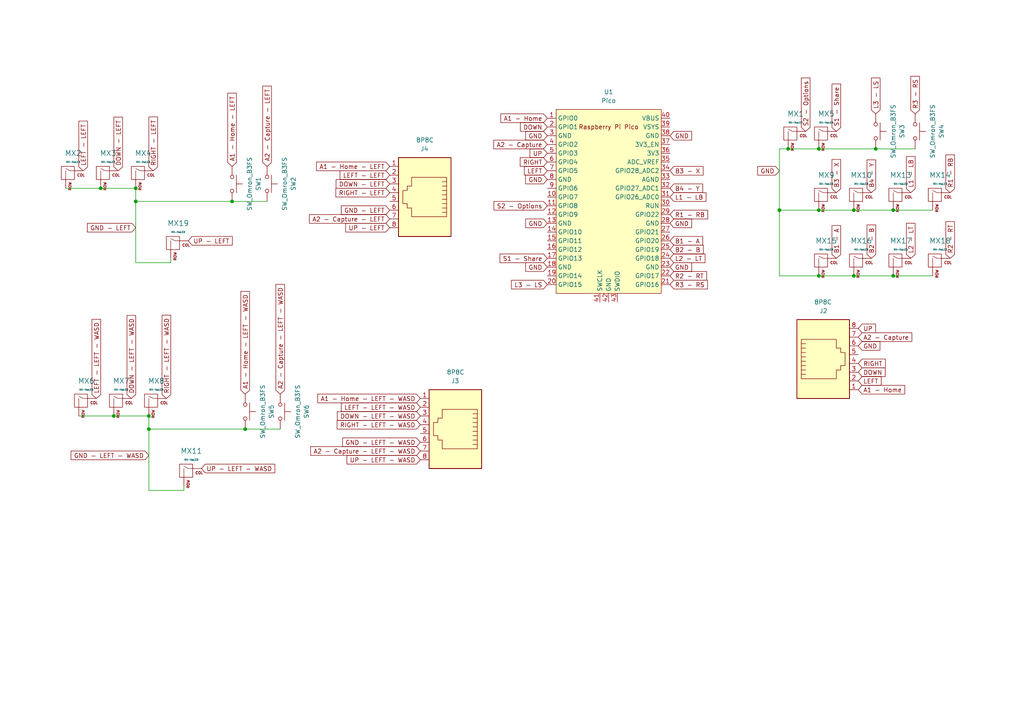
<source format=kicad_sch>
(kicad_sch (version 20231120) (generator "eeschema") (generator_version "8.0")
  (paper "A4")
  (lib_symbols
    (symbol "Connector:8P8C" (pin_names (offset 1.016))
      (property "Reference" "J" (at -5.08 13.97 0))
      (property "Value" "8P8C" (at 2.54 13.97 0))
      (symbol "8P8C_0_1"
        (polyline (pts (xy -5.08 4.445) (xy -6.35 4.445)))
        (polyline (pts (xy -5.08 5.715) (xy -6.35 5.715)))
        (polyline (pts (xy -6.35 -3.175) (xy -5.08 -3.175) (xy -5.08 -3.175)))
        (polyline (pts (xy -6.35 -1.905) (xy -5.08 -1.905) (xy -5.08 -1.905)))
        (polyline (pts (xy -6.35 -0.635) (xy -5.08 -0.635) (xy -5.08 -0.635)))
        (polyline (pts (xy -6.35 0.635) (xy -5.08 0.635) (xy -5.08 0.635)))
        (polyline (pts (xy -6.35 1.905) (xy -5.08 1.905) (xy -5.08 1.905)))
        (polyline (pts (xy -5.08 3.175) (xy -6.35 3.175) (xy -6.35 3.175)))
        (polyline (pts (xy -6.35 -4.445) (xy -6.35 6.985) (xy 3.81 6.985) (xy 3.81 4.445) (xy 5.08 4.445) (xy 5.08 3.175) (xy 6.35 3.175) (xy 6.35 -0.635) (xy 5.08 -0.635) (xy 5.08 -1.905) (xy 3.81 -1.905) (xy 3.81 -4.445) (xy -6.35 -4.445) (xy -6.35 -4.445)))
        (rectangle (start 7.62 12.7) (end -7.62 -10.16) (stroke (width 0.254)) (fill (type background)))
      )
      (symbol "8P8C_1_1"
        (pin passive line (at 10.16 -7.62 180) (length 2.54) (name "~") (number "1"))
        (pin passive line (at 10.16 -5.08 180) (length 2.54) (name "~") (number "2"))
        (pin passive line (at 10.16 -2.54 180) (length 2.54) (name "~") (number "3"))
        (pin passive line (at 10.16 0 180) (length 2.54) (name "~") (number "4"))
        (pin passive line (at 10.16 2.54 180) (length 2.54) (name "~") (number "5"))
        (pin passive line (at 10.16 5.08 180) (length 2.54) (name "~") (number "6"))
        (pin passive line (at 10.16 7.62 180) (length 2.54) (name "~") (number "7"))
        (pin passive line (at 10.16 10.16 180) (length 2.54) (name "~") (number "8"))
      )
    )
    (symbol "MCU_RaspberryPi_and_Boards:Pico"
      (property "Reference" "U" (at -13.97 27.94 0))
      (property "Value" "Pico" (at 0 19.05 0))
      (symbol "Pico_0_0"
        (text "Raspberry Pi Pico" (at 0 21.59 0) (effects (font (size 1.27 1.27))))
      )
      (symbol "Pico_0_1"
        (rectangle (start -15.24 26.67) (end 15.24 -26.67) (fill (type background)))
      )
      (symbol "Pico_1_1"
        (pin bidirectional line (at -17.78 24.13 0) (length 2.54) (name "GPIO0") (number "1"))
        (pin bidirectional line (at -17.78 1.27 0) (length 2.54) (name "GPIO7") (number "10"))
        (pin bidirectional line (at -17.78 -1.27 0) (length 2.54) (name "GPIO8") (number "11"))
        (pin bidirectional line (at -17.78 -3.81 0) (length 2.54) (name "GPIO9") (number "12"))
        (pin power_in line (at -17.78 -6.35 0) (length 2.54) (name "GND") (number "13"))
        (pin bidirectional line (at -17.78 -8.89 0) (length 2.54) (name "GPIO10") (number "14"))
        (pin bidirectional line (at -17.78 -11.43 0) (length 2.54) (name "GPIO11") (number "15"))
        (pin bidirectional line (at -17.78 -13.97 0) (length 2.54) (name "GPIO12") (number "16"))
        (pin bidirectional line (at -17.78 -16.51 0) (length 2.54) (name "GPIO13") (number "17"))
        (pin power_in line (at -17.78 -19.05 0) (length 2.54) (name "GND") (number "18"))
        (pin bidirectional line (at -17.78 -21.59 0) (length 2.54) (name "GPIO14") (number "19"))
        (pin bidirectional line (at -17.78 21.59 0) (length 2.54) (name "GPIO1") (number "2"))
        (pin bidirectional line (at -17.78 -24.13 0) (length 2.54) (name "GPIO15") (number "20"))
        (pin bidirectional line (at 17.78 -24.13 180) (length 2.54) (name "GPIO16") (number "21"))
        (pin bidirectional line (at 17.78 -21.59 180) (length 2.54) (name "GPIO17") (number "22"))
        (pin power_in line (at 17.78 -19.05 180) (length 2.54) (name "GND") (number "23"))
        (pin bidirectional line (at 17.78 -16.51 180) (length 2.54) (name "GPIO18") (number "24"))
        (pin bidirectional line (at 17.78 -13.97 180) (length 2.54) (name "GPIO19") (number "25"))
        (pin bidirectional line (at 17.78 -11.43 180) (length 2.54) (name "GPIO20") (number "26"))
        (pin bidirectional line (at 17.78 -8.89 180) (length 2.54) (name "GPIO21") (number "27"))
        (pin power_in line (at 17.78 -6.35 180) (length 2.54) (name "GND") (number "28"))
        (pin bidirectional line (at 17.78 -3.81 180) (length 2.54) (name "GPIO22") (number "29"))
        (pin power_in line (at -17.78 19.05 0) (length 2.54) (name "GND") (number "3"))
        (pin input line (at 17.78 -1.27 180) (length 2.54) (name "RUN") (number "30"))
        (pin bidirectional line (at 17.78 1.27 180) (length 2.54) (name "GPIO26_ADC0") (number "31"))
        (pin bidirectional line (at 17.78 3.81 180) (length 2.54) (name "GPIO27_ADC1") (number "32"))
        (pin power_in line (at 17.78 6.35 180) (length 2.54) (name "AGND") (number "33"))
        (pin bidirectional line (at 17.78 8.89 180) (length 2.54) (name "GPIO28_ADC2") (number "34"))
        (pin power_in line (at 17.78 11.43 180) (length 2.54) (name "ADC_VREF") (number "35"))
        (pin power_in line (at 17.78 13.97 180) (length 2.54) (name "3V3") (number "36"))
        (pin input line (at 17.78 16.51 180) (length 2.54) (name "3V3_EN") (number "37"))
        (pin bidirectional line (at 17.78 19.05 180) (length 2.54) (name "GND") (number "38"))
        (pin power_in line (at 17.78 21.59 180) (length 2.54) (name "VSYS") (number "39"))
        (pin bidirectional line (at -17.78 16.51 0) (length 2.54) (name "GPIO2") (number "4"))
        (pin power_in line (at 17.78 24.13 180) (length 2.54) (name "VBUS") (number "40"))
        (pin input line (at -2.54 -29.21 90) (length 2.54) (name "SWCLK") (number "41"))
        (pin power_in line (at 0 -29.21 90) (length 2.54) (name "GND") (number "42"))
        (pin bidirectional line (at 2.54 -29.21 90) (length 2.54) (name "SWDIO") (number "43"))
        (pin bidirectional line (at -17.78 13.97 0) (length 2.54) (name "GPIO3") (number "5"))
        (pin bidirectional line (at -17.78 11.43 0) (length 2.54) (name "GPIO4") (number "6"))
        (pin bidirectional line (at -17.78 8.89 0) (length 2.54) (name "GPIO5") (number "7"))
        (pin power_in line (at -17.78 6.35 0) (length 2.54) (name "GND") (number "8"))
        (pin bidirectional line (at -17.78 3.81 0) (length 2.54) (name "GPIO6") (number "9"))
      )
    )
    (symbol "MX_Alps_Hybrid:MX-NoLED" (pin_names (offset 1.016))
      (property "Reference" "MX" (at -0.635 3.81 0))
      (property "Value" "MX-NoLED" (at -0.635 1.27 0))
      (symbol "MX-NoLED_0_0"
        (rectangle (start -2.54 2.54) (end 1.27 -1.27))
        (polyline (pts (xy -1.27 -1.27) (xy -1.27 1.27)) (stroke (width 0.127)))
        (polyline (pts (xy 1.27 1.27) (xy 0 1.27) (xy -1.27 1.905)) (stroke (width 0.127)))
        (text "COL" (at 3.175 0 0) (effects (font (size 0.762 0.762))))
        (text "ROW" (at 0 -1.905 900) (effects (font (size 0.762 0.762)) (justify right)))
      )
      (symbol "MX-NoLED_1_1"
        (pin passive line (at 3.81 1.27 180) (length 2.54) (name "COL") (number "1"))
        (pin passive line (at -1.27 -3.81 90) (length 2.54) (name "ROW") (number "2"))
      )
    )
    (symbol "Switch:SW_Omron_B3FS" (pin_numbers hide) (pin_names (offset 1.016) hide)
      (property "Reference" "SW" (at 1.27 2.54 0))
      (property "Value" "SW_Omron_B3FS" (at 0 -1.524 0))
      (symbol "SW_Omron_B3FS_0_1"
        (circle (center -2.032 0) (radius 0.508))
        (polyline (pts (xy 0 1.27) (xy 0 3.048)))
        (polyline (pts (xy 2.54 1.27) (xy -2.54 1.27)))
        (circle (center 2.032 0) (radius 0.508))
        (pin passive line (at -5.08 0 0) (length 2.54) (name "1") (number "1"))
        (pin passive line (at 5.08 0 180) (length 2.54) (name "2") (number "2"))
      )
    )
  )
  (junction (at 237.49 80.01))
  (junction (at 259.08 60.96))
  (junction (at 237.49 43.18))
  (junction (at 247.65 60.96))
  (junction (at 43.18 120.65))
  (junction (at 228.6 43.18))
  (junction (at 259.08 80.01))
  (junction (at 33.02 120.65))
  (junction (at 226.06 60.96))
  (junction (at 247.65 80.01))
  (junction (at 237.49 60.96))
  (junction (at 67.31 58.42))
  (junction (at 71.12 124.46))
  (junction (at 254 43.18))
  (junction (at 43.18 124.46))
  (junction (at 39.37 54.61))
  (junction (at 29.21 54.61))
  (junction (at 39.37 58.42))
  (wire (pts (xy 77.47 58.42) (xy 67.31 58.42)))
  (wire (pts (xy 247.65 60.96) (xy 259.08 60.96)))
  (wire (pts (xy 53.34 140.97) (xy 53.34 142.24)))
  (wire (pts (xy 39.37 76.2) (xy 49.53 76.2)))
  (wire (pts (xy 237.49 80.01) (xy 247.65 80.01)))
  (wire (pts (xy 226.06 80.01) (xy 237.49 80.01)))
  (wire (pts (xy 22.86 120.65) (xy 33.02 120.65)))
  (wire (pts (xy 39.37 58.42) (xy 39.37 76.2)))
  (wire (pts (xy 228.6 43.18) (xy 226.06 43.18)))
  (wire (pts (xy 237.49 43.18) (xy 228.6 43.18)))
  (wire (pts (xy 237.49 43.18) (xy 254 43.18)))
  (wire (pts (xy 259.08 60.96) (xy 270.51 60.96)))
  (wire (pts (xy 270.51 80.01) (xy 259.08 80.01)))
  (wire (pts (xy 49.53 74.93) (xy 49.53 76.2)))
  (wire (pts (xy 226.06 60.96) (xy 237.49 60.96)))
  (wire (pts (xy 39.37 54.61) (xy 39.37 58.42)))
  (wire (pts (xy 43.18 124.46) (xy 43.18 142.24)))
  (wire (pts (xy 19.05 54.61) (xy 29.21 54.61)))
  (wire (pts (xy 226.06 60.96) (xy 226.06 80.01)))
  (wire (pts (xy 254 43.18) (xy 265.43 43.18)))
  (wire (pts (xy 81.28 124.46) (xy 71.12 124.46)))
  (wire (pts (xy 43.18 142.24) (xy 53.34 142.24)))
  (wire (pts (xy 29.21 54.61) (xy 39.37 54.61)))
  (wire (pts (xy 43.18 120.65) (xy 43.18 124.46)))
  (wire (pts (xy 237.49 60.96) (xy 247.65 60.96)))
  (wire (pts (xy 33.02 120.65) (xy 43.18 120.65)))
  (wire (pts (xy 39.37 58.42) (xy 67.31 58.42)))
  (wire (pts (xy 247.65 80.01) (xy 259.08 80.01)))
  (wire (pts (xy 226.06 43.18) (xy 226.06 60.96)))
  (wire (pts (xy 43.18 124.46) (xy 71.12 124.46)))
  (global_label "GND" (shape input) (at 248.92 100.33 0) (property "Intersheetrefs" "${INTERSHEET_REFS}" (effects (hide yes))))
  (global_label "RIGHT - LEFT" (shape input) (at 113.03 55.88 180) (property "Intersheetrefs" "${INTERSHEET_REFS}" (effects (hide yes))))
  (global_label "LEFT - LEFT - WASD" (shape input) (at 27.94 115.57 90) (property "Intersheetrefs" "${INTERSHEET_REFS}" (effects (hide yes))))
  (global_label "UP" (shape input) (at 158.75 44.45 180) (property "Intersheetrefs" "${INTERSHEET_REFS}" (effects (hide yes))))
  (global_label "A1 - Home - LEFT - WASD" (shape input) (at 121.92 115.57 180) (property "Intersheetrefs" "${INTERSHEET_REFS}" (effects (hide yes))))
  (global_label "GND - LEFT - WASD" (shape input) (at 121.92 128.27 180) (property "Intersheetrefs" "${INTERSHEET_REFS}" (effects (hide yes))))
  (global_label "L2 - LT" (shape input) (at 194.31 74.93 0) (property "Intersheetrefs" "${INTERSHEET_REFS}" (effects (hide yes))))
  (global_label "UP - LEFT" (shape input) (at 113.03 66.04 180) (property "Intersheetrefs" "${INTERSHEET_REFS}" (effects (hide yes))))
  (global_label "RIGHT - LEFT - WASD" (shape input) (at 121.92 123.19 180) (property "Intersheetrefs" "${INTERSHEET_REFS}" (effects (hide yes))))
  (global_label "A2 - Capture - LEFT" (shape input) (at 113.03 63.5 180) (property "Intersheetrefs" "${INTERSHEET_REFS}" (effects (hide yes))))
  (global_label "RIGHT" (shape input) (at 248.92 105.41 0) (property "Intersheetrefs" "${INTERSHEET_REFS}" (effects (hide yes))))
  (global_label "A1 - Home - LEFT - WASD" (shape input) (at 71.12 114.3 90) (property "Intersheetrefs" "${INTERSHEET_REFS}" (effects (hide yes))))
  (global_label "B4 - Y" (shape input) (at 194.31 54.61 0) (property "Intersheetrefs" "${INTERSHEET_REFS}" (effects (hide yes))))
  (global_label "UP - LEFT - WASD" (shape input) (at 121.92 133.35 180) (property "Intersheetrefs" "${INTERSHEET_REFS}" (effects (hide yes))))
  (global_label "DOWN - LEFT - WASD" (shape input) (at 121.92 120.65 180) (property "Intersheetrefs" "${INTERSHEET_REFS}" (effects (hide yes))))
  (global_label "A2 - Capture - LEFT" (shape input) (at 77.47 48.26 90) (property "Intersheetrefs" "${INTERSHEET_REFS}" (effects (hide yes))))
  (global_label "GND - LEFT - WASD" (shape input) (at 43.18 132.08 180) (property "Intersheetrefs" "${INTERSHEET_REFS}" (effects (hide yes))))
  (global_label "A1 - Home - LEFT" (shape input) (at 113.03 48.26 180) (property "Intersheetrefs" "${INTERSHEET_REFS}" (effects (hide yes))))
  (global_label "DOWN" (shape input) (at 158.75 36.83 180) (property "Intersheetrefs" "${INTERSHEET_REFS}" (effects (hide yes))))
  (global_label "L1 - LB" (shape input) (at 264.16 55.88 90) (property "Intersheetrefs" "${INTERSHEET_REFS}" (effects (hide yes))))
  (global_label "R1 - RB" (shape input) (at 194.31 62.23 0) (property "Intersheetrefs" "${INTERSHEET_REFS}" (effects (hide yes))))
  (global_label "GND" (shape input) (at 158.75 39.37 180) (property "Intersheetrefs" "${INTERSHEET_REFS}" (effects (hide yes))))
  (global_label "B2 - B" (shape input) (at 252.73 74.93 90) (property "Intersheetrefs" "${INTERSHEET_REFS}" (effects (hide yes))))
  (global_label "LEFT - LEFT" (shape input) (at 113.03 50.8 180) (property "Intersheetrefs" "${INTERSHEET_REFS}" (effects (hide yes))))
  (global_label "RIGHT - LEFT" (shape input) (at 44.45 49.53 90) (property "Intersheetrefs" "${INTERSHEET_REFS}" (effects (hide yes))))
  (global_label "R3 - RS" (shape input) (at 194.31 82.55 0) (property "Intersheetrefs" "${INTERSHEET_REFS}" (effects (hide yes))))
  (global_label "S2 - Options" (shape input) (at 158.75 59.69 180) (property "Intersheetrefs" "${INTERSHEET_REFS}" (effects (hide yes))))
  (global_label "S1 - Share" (shape input) (at 158.75 74.93 180) (property "Intersheetrefs" "${INTERSHEET_REFS}" (effects (hide yes))))
  (global_label "LEFT - LEFT - WASD" (shape input) (at 121.92 118.11 180) (property "Intersheetrefs" "${INTERSHEET_REFS}" (effects (hide yes))))
  (global_label "A2 - Capture" (shape input) (at 248.92 97.79 0) (property "Intersheetrefs" "${INTERSHEET_REFS}" (effects (hide yes))))
  (global_label "GND" (shape input) (at 194.31 39.37 0) (property "Intersheetrefs" "${INTERSHEET_REFS}" (effects (hide yes))))
  (global_label "DOWN - LEFT" (shape input) (at 113.03 53.34 180) (property "Intersheetrefs" "${INTERSHEET_REFS}" (effects (hide yes))))
  (global_label "A1 - Home" (shape input) (at 248.92 113.03 0) (property "Intersheetrefs" "${INTERSHEET_REFS}" (effects (hide yes))))
  (global_label "GND" (shape input) (at 226.06 49.53 180) (property "Intersheetrefs" "${INTERSHEET_REFS}" (effects (hide yes))))
  (global_label "B1 - A" (shape input) (at 194.31 69.85 0) (property "Intersheetrefs" "${INTERSHEET_REFS}" (effects (hide yes))))
  (global_label "R2 - RT" (shape input) (at 275.59 74.93 90) (property "Intersheetrefs" "${INTERSHEET_REFS}" (effects (hide yes))))
  (global_label "LEFT" (shape input) (at 248.92 110.49 0) (property "Intersheetrefs" "${INTERSHEET_REFS}" (effects (hide yes))))
  (global_label "L2 - LT" (shape input) (at 264.16 74.93 90) (property "Intersheetrefs" "${INTERSHEET_REFS}" (effects (hide yes))))
  (global_label "LEFT - LEFT" (shape input) (at 24.13 49.53 90) (property "Intersheetrefs" "${INTERSHEET_REFS}" (effects (hide yes))))
  (global_label "GND - LEFT" (shape input) (at 39.37 66.04 180) (property "Intersheetrefs" "${INTERSHEET_REFS}" (effects (hide yes))))
  (global_label "S1 - Share" (shape input) (at 242.57 38.1 90) (property "Intersheetrefs" "${INTERSHEET_REFS}" (effects (hide yes))))
  (global_label "LEFT" (shape input) (at 158.75 49.53 180) (property "Intersheetrefs" "${INTERSHEET_REFS}" (effects (hide yes))))
  (global_label "L3 - LS" (shape input) (at 158.75 82.55 180) (property "Intersheetrefs" "${INTERSHEET_REFS}" (effects (hide yes))))
  (global_label "B4 - Y" (shape input) (at 252.73 55.88 90) (property "Intersheetrefs" "${INTERSHEET_REFS}" (effects (hide yes))))
  (global_label "DOWN - LEFT" (shape input) (at 34.29 49.53 90) (property "Intersheetrefs" "${INTERSHEET_REFS}" (effects (hide yes))))
  (global_label "GND" (shape input) (at 194.31 77.47 0) (property "Intersheetrefs" "${INTERSHEET_REFS}" (effects (hide yes))))
  (global_label "B3 - X" (shape input) (at 194.31 49.53 0) (property "Intersheetrefs" "${INTERSHEET_REFS}" (effects (hide yes))))
  (global_label "RIGHT" (shape input) (at 158.75 46.99 180) (property "Intersheetrefs" "${INTERSHEET_REFS}" (effects (hide yes))))
  (global_label "RIGHT - LEFT - WASD" (shape input) (at 48.26 115.57 90) (property "Intersheetrefs" "${INTERSHEET_REFS}" (effects (hide yes))))
  (global_label "A1 - Home" (shape input) (at 158.75 34.29 180) (property "Intersheetrefs" "${INTERSHEET_REFS}" (effects (hide yes))))
  (global_label "GND - LEFT" (shape input) (at 113.03 60.96 180) (property "Intersheetrefs" "${INTERSHEET_REFS}" (effects (hide yes))))
  (global_label "A2 - Capture - LEFT - WASD" (shape input) (at 121.92 130.81 180) (property "Intersheetrefs" "${INTERSHEET_REFS}" (effects (hide yes))))
  (global_label "A1 - Home - LEFT" (shape input) (at 67.31 48.26 90) (property "Intersheetrefs" "${INTERSHEET_REFS}" (effects (hide yes))))
  (global_label "A2 - Capture - LEFT - WASD" (shape input) (at 81.28 114.3 90) (property "Intersheetrefs" "${INTERSHEET_REFS}" (effects (hide yes))))
  (global_label "DOWN" (shape input) (at 248.92 107.95 0) (property "Intersheetrefs" "${INTERSHEET_REFS}" (effects (hide yes))))
  (global_label "GND" (shape input) (at 158.75 64.77 180) (property "Intersheetrefs" "${INTERSHEET_REFS}" (effects (hide yes))))
  (global_label "L1 - LB" (shape input) (at 194.31 57.15 0) (property "Intersheetrefs" "${INTERSHEET_REFS}" (effects (hide yes))))
  (global_label "S2 - Options" (shape input) (at 233.68 38.1 90) (property "Intersheetrefs" "${INTERSHEET_REFS}" (effects (hide yes))))
  (global_label "UP" (shape input) (at 248.92 95.25 0) (property "Intersheetrefs" "${INTERSHEET_REFS}" (effects (hide yes))))
  (global_label "A2 - Capture" (shape input) (at 158.75 41.91 180) (property "Intersheetrefs" "${INTERSHEET_REFS}" (effects (hide yes))))
  (global_label "R1 - RB" (shape input) (at 275.59 55.88 90) (property "Intersheetrefs" "${INTERSHEET_REFS}" (effects (hide yes))))
  (global_label "GND" (shape input) (at 194.31 64.77 0) (property "Intersheetrefs" "${INTERSHEET_REFS}" (effects (hide yes))))
  (global_label "GND" (shape input) (at 158.75 77.47 180) (property "Intersheetrefs" "${INTERSHEET_REFS}" (effects (hide yes))))
  (global_label "L3 - LS" (shape input) (at 254 33.02 90) (property "Intersheetrefs" "${INTERSHEET_REFS}" (effects (hide yes))))
  (global_label "DOWN - LEFT - WASD" (shape input) (at 38.1 115.57 90) (property "Intersheetrefs" "${INTERSHEET_REFS}" (effects (hide yes))))
  (global_label "R2 - RT" (shape input) (at 194.31 80.01 0) (property "Intersheetrefs" "${INTERSHEET_REFS}" (effects (hide yes))))
  (global_label "B1 - A" (shape input) (at 242.57 74.93 90) (property "Intersheetrefs" "${INTERSHEET_REFS}" (effects (hide yes))))
  (global_label "UP - LEFT" (shape input) (at 54.61 69.85 0) (property "Intersheetrefs" "${INTERSHEET_REFS}" (effects (hide yes))))
  (global_label "B3 - X" (shape input) (at 242.57 55.88 90) (property "Intersheetrefs" "${INTERSHEET_REFS}" (effects (hide yes))))
  (global_label "GND" (shape input) (at 158.75 52.07 180) (property "Intersheetrefs" "${INTERSHEET_REFS}" (effects (hide yes))))
  (global_label "R3 - RS" (shape input) (at 265.43 33.02 90) (property "Intersheetrefs" "${INTERSHEET_REFS}" (effects (hide yes))))
  (global_label "UP - LEFT - WASD" (shape input) (at 58.42 135.89 0) (property "Intersheetrefs" "${INTERSHEET_REFS}" (effects (hide yes))))
  (global_label "B2 - B" (shape input) (at 194.31 72.39 0) (property "Intersheetrefs" "${INTERSHEET_REFS}" (effects (hide yes))))
  (symbol (lib_id "MX_Alps_Hybrid:MX-NoLED") (at 271.78 76.2 0) (unit 1)
    (property "Reference" "MX18" (at 272.6752 69.85 0) (effects (font (size 1.524 1.524))))
    (property "Value" "MX-NoLED" (at 272.6752 72.39 0) (effects (font (size 0.508 0.508))))
    (property "Footprint" "MX_Only:MXOnly-1U-Hotswap" (effects (hide yes)))
  )
  (symbol (lib_id "MX_Alps_Hybrid:MX-NoLED") (at 229.87 39.37 0) (unit 1)
    (property "Reference" "MX1" (at 230.7652 33.02 0) (effects (font (size 1.524 1.524))))
    (property "Value" "MX-NoLED" (at 230.7652 35.56 0) (effects (font (size 0.508 0.508))))
    (property "Footprint" "MX_Only:MXOnly-1U-Hotswap" (effects (hide yes)))
  )
  (symbol (lib_id "MX_Alps_Hybrid:MX-NoLED") (at 40.64 50.8 0) (unit 1)
    (property "Reference" "MX4" (at 41.5352 44.45 0) (effects (font (size 1.524 1.524))))
    (property "Value" "MX-NoLED" (at 41.5352 46.99 0) (effects (font (size 0.508 0.508))))
    (property "Footprint" "MX_Only:MXOnly-1U-Hotswap" (effects (hide yes)))
  )
  (symbol (lib_id "MX_Alps_Hybrid:MX-NoLED") (at 34.29 116.84 0) (unit 1)
    (property "Reference" "MX7" (at 35.1852 110.49 0) (effects (font (size 1.524 1.524))))
    (property "Value" "MX-NoLED" (at 35.1852 113.03 0) (effects (font (size 0.508 0.508))))
    (property "Footprint" "MX_Only:MXOnly-1U-Hotswap" (effects (hide yes)))
  )
  (symbol (lib_id "MX_Alps_Hybrid:MX-NoLED") (at 238.76 39.37 0) (unit 1)
    (property "Reference" "MX5" (at 239.6552 33.02 0) (effects (font (size 1.524 1.524))))
    (property "Value" "MX-NoLED" (at 239.6552 35.56 0) (effects (font (size 0.508 0.508))))
    (property "Footprint" "MX_Only:MXOnly-1U-Hotswap" (effects (hide yes)))
  )
  (symbol (lib_id "Switch:SW_Omron_B3FS") (at 71.12 119.38 270) (mirror x) (unit 1)
    (property "Reference" "SW5" (at 78.74 119.38 0))
    (property "Value" "SW_Omron_B3FS" (at 76.2 119.38 0))
    (property "Footprint" "Button_Switch_THT:SW_TH_Tactile_Omron_B3F-10xx" (effects (hide yes)))
    (property "Datasheet" "https://omronfs.omron.com/en_US/ecb/products/pdf/en-b3fs.pdf" (effects (hide yes)))
  )
  (symbol (lib_id "MX_Alps_Hybrid:MX-NoLED") (at 50.8 71.12 0) (unit 1)
    (property "Reference" "MX19" (at 51.6952 64.77 0) (effects (font (size 1.524 1.524))))
    (property "Value" "MX-NoLED" (at 51.6952 67.31 0) (effects (font (size 0.508 0.508))))
    (property "Footprint" "MX_Only:MXOnly-1U-Hotswap" (effects (hide yes)))
  )
  (symbol (lib_id "Switch:SW_Omron_B3FS") (at 265.43 38.1 270) (mirror x) (unit 1)
    (property "Reference" "SW4" (at 273.05 38.1 0))
    (property "Value" "SW_Omron_B3FS" (at 270.51 38.1 0))
    (property "Footprint" "Button_Switch_THT:SW_TH_Tactile_Omron_B3F-10xx" (effects (hide yes)))
    (property "Datasheet" "https://omronfs.omron.com/en_US/ecb/products/pdf/en-b3fs.pdf" (effects (hide yes)))
  )
  (symbol (lib_id "MX_Alps_Hybrid:MX-NoLED") (at 271.78 57.15 0) (unit 1)
    (property "Reference" "MX14" (at 272.6752 50.8 0) (effects (font (size 1.524 1.524))))
    (property "Value" "MX-NoLED" (at 272.6752 53.34 0) (effects (font (size 0.508 0.508))))
    (property "Footprint" "MX_Only:MXOnly-1U-Hotswap" (effects (hide yes)))
  )
  (symbol (lib_id "MX_Alps_Hybrid:MX-NoLED") (at 238.76 57.15 0) (unit 1)
    (property "Reference" "MX9" (at 239.6552 50.8 0) (effects (font (size 1.524 1.524))))
    (property "Value" "MX-NoLED" (at 239.6552 53.34 0) (effects (font (size 0.508 0.508))))
    (property "Footprint" "MX_Only:MXOnly-1U-Hotswap" (effects (hide yes)))
  )
  (symbol (lib_id "MX_Alps_Hybrid:MX-NoLED") (at 260.35 76.2 0) (unit 1)
    (property "Reference" "MX17" (at 261.2452 69.85 0) (effects (font (size 1.524 1.524))))
    (property "Value" "MX-NoLED" (at 261.2452 72.39 0) (effects (font (size 0.508 0.508))))
    (property "Footprint" "MX_Only:MXOnly-1U-Hotswap" (effects (hide yes)))
  )
  (symbol (lib_id "Switch:SW_Omron_B3FS") (at 67.31 53.34 270) (mirror x) (unit 1)
    (property "Reference" "SW1" (at 74.93 53.34 0))
    (property "Value" "SW_Omron_B3FS" (at 72.39 53.34 0))
    (property "Footprint" "Button_Switch_THT:SW_TH_Tactile_Omron_B3F-10xx" (effects (hide yes)))
    (property "Datasheet" "https://omronfs.omron.com/en_US/ecb/products/pdf/en-b3fs.pdf" (effects (hide yes)))
  )
  (symbol (lib_id "MX_Alps_Hybrid:MX-NoLED") (at 248.92 76.2 0) (unit 1)
    (property "Reference" "MX16" (at 249.8152 69.85 0) (effects (font (size 1.524 1.524))))
    (property "Value" "MX-NoLED" (at 249.8152 72.39 0) (effects (font (size 0.508 0.508))))
    (property "Footprint" "MX_Only:MXOnly-1U-Hotswap" (effects (hide yes)))
  )
  (symbol (lib_id "Switch:SW_Omron_B3FS") (at 81.28 119.38 270) (mirror x) (unit 1)
    (property "Reference" "SW6" (at 88.9 119.38 0))
    (property "Value" "SW_Omron_B3FS" (at 86.36 119.38 0))
    (property "Footprint" "Button_Switch_THT:SW_TH_Tactile_Omron_B3F-10xx" (effects (hide yes)))
    (property "Datasheet" "https://omronfs.omron.com/en_US/ecb/products/pdf/en-b3fs.pdf" (effects (hide yes)))
  )
  (symbol (lib_id "MX_Alps_Hybrid:MX-NoLED") (at 44.45 116.84 0) (unit 1)
    (property "Reference" "MX8" (at 45.3452 110.49 0) (effects (font (size 1.524 1.524))))
    (property "Value" "MX-NoLED" (at 45.3452 113.03 0) (effects (font (size 0.508 0.508))))
    (property "Footprint" "MX_Only:MXOnly-1U-Hotswap" (effects (hide yes)))
  )
  (symbol (lib_id "MX_Alps_Hybrid:MX-NoLED") (at 238.76 76.2 0) (unit 1)
    (property "Reference" "MX15" (at 239.6552 69.85 0) (effects (font (size 1.524 1.524))))
    (property "Value" "MX-NoLED" (at 239.6552 72.39 0) (effects (font (size 0.508 0.508))))
    (property "Footprint" "MX_Only:MXOnly-1U-Hotswap" (effects (hide yes)))
  )
  (symbol (lib_id "Connector:8P8C") (at 132.08 123.19 180) (unit 1)
    (property "Reference" "J3" (at 130.81 110.49 0) (effects (justify right)))
    (property "Value" "8P8C" (at 129.54 107.95 0) (effects (justify right)))
    (property "Footprint" "Connector_RJ:RJ45_Amphenol_RJHSE5380" (effects (hide yes)))
  )
  (symbol (lib_id "MX_Alps_Hybrid:MX-NoLED") (at 24.13 116.84 0) (unit 1)
    (property "Reference" "MX6" (at 25.0252 110.49 0) (effects (font (size 1.524 1.524))))
    (property "Value" "MX-NoLED" (at 25.0252 113.03 0) (effects (font (size 0.508 0.508))))
    (property "Footprint" "MX_Only:MXOnly-1U-Hotswap" (effects (hide yes)))
  )
  (symbol (lib_id "MX_Alps_Hybrid:MX-NoLED") (at 20.32 50.8 0) (unit 1)
    (property "Reference" "MX2" (at 21.2152 44.45 0) (effects (font (size 1.524 1.524))))
    (property "Value" "MX-NoLED" (at 21.2152 46.99 0) (effects (font (size 0.508 0.508))))
    (property "Footprint" "MX_Only:MXOnly-1U-Hotswap" (effects (hide yes)))
  )
  (symbol (lib_id "Switch:SW_Omron_B3FS") (at 77.47 53.34 270) (mirror x) (unit 1)
    (property "Reference" "SW2" (at 85.09 53.34 0))
    (property "Value" "SW_Omron_B3FS" (at 82.55 53.34 0))
    (property "Footprint" "Button_Switch_THT:SW_TH_Tactile_Omron_B3F-10xx" (effects (hide yes)))
    (property "Datasheet" "https://omronfs.omron.com/en_US/ecb/products/pdf/en-b3fs.pdf" (effects (hide yes)))
  )
  (symbol (lib_id "MX_Alps_Hybrid:MX-NoLED") (at 30.48 50.8 0) (unit 1)
    (property "Reference" "MX3" (at 31.3752 44.45 0) (effects (font (size 1.524 1.524))))
    (property "Value" "MX-NoLED" (at 31.3752 46.99 0) (effects (font (size 0.508 0.508))))
    (property "Footprint" "MX_Only:MXOnly-1U-Hotswap" (effects (hide yes)))
  )
  (symbol (lib_id "Connector:8P8C") (at 238.76 105.41 0) (unit 1)
    (property "Reference" "J2" (at 240.03 90.17 0) (effects (justify right)))
    (property "Value" "8P8C" (at 241.3 87.63 0) (effects (justify right)))
    (property "Footprint" "Connector_RJ:RJ45_Amphenol_RJHSE5380" (effects (hide yes)))
  )
  (symbol (lib_id "Switch:SW_Omron_B3FS") (at 254 38.1 270) (mirror x) (unit 1)
    (property "Reference" "SW3" (at 261.62 38.1 0))
    (property "Value" "SW_Omron_B3FS" (at 259.08 38.1 0))
    (property "Footprint" "Button_Switch_THT:SW_TH_Tactile_Omron_B3F-10xx" (effects (hide yes)))
    (property "Datasheet" "https://omronfs.omron.com/en_US/ecb/products/pdf/en-b3fs.pdf" (effects (hide yes)))
  )
  (symbol (lib_id "MX_Alps_Hybrid:MX-NoLED") (at 248.92 57.15 0) (unit 1)
    (property "Reference" "MX10" (at 249.8152 50.8 0) (effects (font (size 1.524 1.524))))
    (property "Value" "MX-NoLED" (at 249.8152 53.34 0) (effects (font (size 0.508 0.508))))
    (property "Footprint" "MX_Only:MXOnly-1U-Hotswap" (effects (hide yes)))
  )
  (symbol (lib_id "MX_Alps_Hybrid:MX-NoLED") (at 260.35 57.15 0) (unit 1)
    (property "Reference" "MX13" (at 261.2452 50.8 0) (effects (font (size 1.524 1.524))))
    (property "Value" "MX-NoLED" (at 261.2452 53.34 0) (effects (font (size 0.508 0.508))))
    (property "Footprint" "MX_Only:MXOnly-1U-Hotswap" (effects (hide yes)))
  )
  (symbol (lib_id "MCU_RaspberryPi_and_Boards:Pico") (at 176.53 58.42 0) (unit 1)
    (property "Reference" "U1" (at 176.53 26.67 0))
    (property "Value" "Pico" (at 176.53 29.21 0))
    (property "Footprint" "MCU_RaspberryPi_and_Boards:RPi_Pico_SMD_TH" (effects (hide yes)))
  )
  (symbol (lib_id "Connector:8P8C") (at 123.19 55.88 180) (unit 1)
    (property "Reference" "J4" (at 121.92 43.18 0) (effects (justify right)))
    (property "Value" "8P8C" (at 120.65 40.64 0) (effects (justify right)))
    (property "Footprint" "Connector_RJ:RJ45_Amphenol_RJHSE5380" (effects (hide yes)))
  )
  (symbol (lib_id "MX_Alps_Hybrid:MX-NoLED") (at 54.61 137.16 0) (unit 1)
    (property "Reference" "MX11" (at 55.5052 130.81 0) (effects (font (size 1.524 1.524))))
    (property "Value" "MX-NoLED" (at 55.5052 133.35 0) (effects (font (size 0.508 0.508))))
    (property "Footprint" "MX_Only:MXOnly-1U-Hotswap" (effects (hide yes)))
  )
)
</source>
